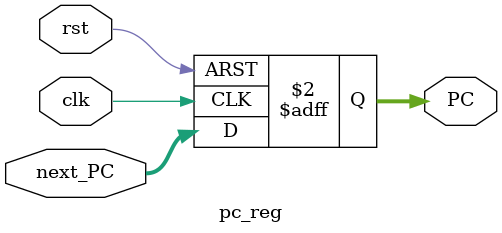
<source format=sv>
module pc_reg #(
    DATA_WIDTH = 32
) (
    input   logic                   clk,
    input   logic                   rst,
    input   logic [DATA_WIDTH-1:0]  next_PC,
    output  logic [DATA_WIDTH-1:0]  PC
);

    always_ff @(posedge clk or posedge rst) begin
        if (rst)
            PC <= 32'b0;
        else
            PC <= next_PC;
    end

endmodule

</source>
